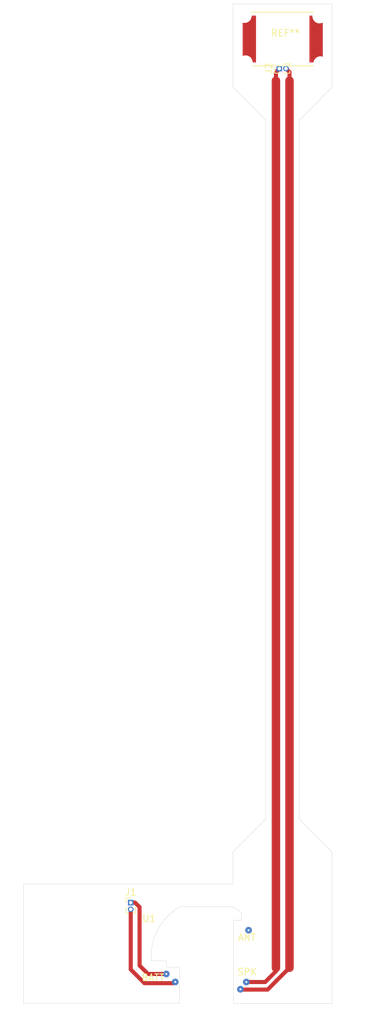
<source format=kicad_pcb>
(kicad_pcb (version 20211014) (generator pcbnew)
  (layers (0 "F.Cu" signal) (31 "B.Cu" signal) (34 "B.Paste" user) (35 "F.Paste" user) (36 "B.SilkS" user "B.Silkscreen") (37 "F.SilkS" user "F.Silkscreen") (38 "B.Mask" user) (39 "F.Mask" user) (44 "Edge.Cuts" user))
  (net 0 "")
  (net 1 "Net-(J1-Pad1)")
  (net 2 "Net-(J2-Pad1)")
  (net 3 "Net-(TP1-Pad1)")
  (net 4 "Net-(J1-Pad2)")
  (net 5 "Net-(J2-Pad2)")
  (footprint "Connector_PinHeader_1.00mm:PinHeader_1x02_P1.00mm_Vertical" (layer "F.Cu") (at 142.84452 107.59516)
    (fp_text reference "J1" (at 0 -1.56) (layer "F.SilkS"))
    (fp_text value "Conn_01x02")
    (fp_line (start -0.695 0.685) (end -0.695 1.56) (layer "F.SilkS") (width 0.12))
    (fp_line (start -0.695 0) (end -0.695 -0.685) (layer "F.SilkS") (width 0.12))
    (fp_line (start -0.695 -0.685) (end 0 -0.685) (layer "F.SilkS") (width 0.12))
    (fp_line (start 0.608276 0.685) (end 0.695 0.685) (layer "F.SilkS") (width 0.12))
    (fp_line (start -0.695 1.56) (end -0.394493 1.56) (layer "F.SilkS") (width 0.12))
    (fp_line (start -0.695 0.685) (end -0.608276 0.685) (layer "F.SilkS") (width 0.12))
    (fp_line (start 0.394493 1.56) (end 0.695 1.56) (layer "F.SilkS") (width 0.12))
    (fp_line (start 0.695 0.685) (end 0.695 1.56) (layer "F.SilkS") (width 0.12))
    (pad "1" thru_hole rect locked (at 0 0) (size 0.85 0.85) (drill 0.5) (layers *.Cu *.Mask) (net 1 "Net-(J1-Pad1)"))
    (pad "2" thru_hole oval locked (at 0 1) (size 0.85 0.85) (drill 0.5) (layers *.Cu *.Mask) (net 4 "Net-(J1-Pad2)"))
  )
  (footprint "Connector_PinHeader_1.00mm:PinHeader_1x02_P1.00mm_Vertical" (layer "F.Cu") (at 165.1 -17.05356 90)
    (fp_text reference "J2" (at 0 -1.56 90) (layer "F.SilkS"))
    (fp_text value "Conn_01x02")
    (fp_line (start -0.695 0.685) (end -0.608276 0.685) (layer "F.SilkS") (width 0.12))
    (fp_line (start 0.394493 1.56) (end 0.695 1.56) (layer "F.SilkS") (width 0.12))
    (fp_line (start -0.695 -0.685) (end 0 -0.685) (layer "F.SilkS") (width 0.12))
    (fp_line (start 0.608276 0.685) (end 0.695 0.685) (layer "F.SilkS") (width 0.12))
    (fp_line (start -0.695 0) (end -0.695 -0.685) (layer "F.SilkS") (width 0.12))
    (fp_line (start -0.695 1.56) (end -0.394493 1.56) (layer "F.SilkS") (width 0.12))
    (fp_line (start 0.695 0.685) (end 0.695 1.56) (layer "F.SilkS") (width 0.12))
    (fp_line (start -0.695 0.685) (end -0.695 1.56) (layer "F.SilkS") (width 0.12))
    (pad "1" thru_hole rect locked (at 0 0 90) (size 0.85 0.85) (drill 0.5) (layers *.Cu *.Mask) (net 2 "Net-(J2-Pad1)"))
    (pad "2" thru_hole oval locked (at 0 1 90) (size 0.85 0.85) (drill 0.5) (layers *.Cu *.Mask) (net 5 "Net-(J2-Pad2)"))
  )
  (footprint "MySymbols:bt_player" (layer "F.Cu") (at 154.184151 115.48892 180)
    (fp_text reference "U1" (at 8.6 5.5) (layer "F.SilkS"))
    (fp_text value "bt_player")
    (fp_text user "SPK" (at -6.1 -2.45) (layer "F.SilkS"))
    (fp_text user "ANT" (at -6.05 2.7) (layer "F.SilkS"))
    (fp_text user "BATT" (at 8 -3.3) (layer "F.SilkS"))
    (pad "1" thru_hole circle locked (at -6.31 3.77 180) (size 1 1) (drill 0.3) (layers *.Cu *.Mask) (net 3 "Net-(TP1-Pad1)"))
    (pad "2" thru_hole circle locked (at -5.97 -3.97 180) (size 1 1) (drill 0.3) (layers *.Cu *.Mask) (net 2 "Net-(J2-Pad1)"))
    (pad "3" thru_hole circle locked (at -5.09 -5.05 180) (size 1 1) (drill 0.3) (layers *.Cu *.Mask) (net 5 "Net-(J2-Pad2)"))
    (pad "4" thru_hole circle locked (at 4.67 -3.96 180) (size 1 1) (drill 0.3) (layers *.Cu *.Mask) (net 4 "Net-(J1-Pad2)"))
    (pad "5" thru_hole circle locked (at 6.01 -2.77 180) (size 1 1) (drill 0.3) (layers *.Cu *.Mask) (net 1 "Net-(J1-Pad1)"))
  )
  (footprint "MountingHole:MountingHole_2.1mm" (layer "F.Cu") (at 128.524 106.5276)
    (fp_text reference "H1" hide)
    (fp_text value "MountingHole")
    (pad "" np_thru_hole circle locked (at 0 0) (size 2.1 2.1) (drill 2.1) (layers *.Cu *.Mask))
  )
  (footprint "MountingHole:MountingHole_2.1mm" (layer "F.Cu") (at 128.41732 120.91416)
    (fp_text reference "H2" hide)
    (fp_text value "MountingHole")
    (pad "" np_thru_hole circle locked (at 0 0) (size 2.1 2.1) (drill 2.1) (layers *.Cu *.Mask))
  )
  (footprint "MountingHole:MountingHole_2.1mm" (layer "F.Cu") (at 171.25188 -17.8308)
    (fp_text reference "H3" hide)
    (fp_text value "MountingHole")
    (pad "" np_thru_hole circle locked (at 0 0) (size 2.1 2.1) (drill 2.1) (layers *.Cu *.Mask))
  )
  (footprint "MountingHole:MountingHole_2.1mm" (layer "F.Cu") (at 160.05048 -17.97304)
    (fp_text reference "H4" hide)
    (fp_text value "MountingHole")
    (pad "" np_thru_hole circle locked (at 0 0) (size 2.1 2.1) (drill 2.1) (layers *.Cu *.Mask))
  )
  (footprint "MountingHole:MountingHole_2.1mm" (layer "F.Cu") (at 159.90824 -24.92248)
    (fp_text reference "H6" hide)
    (fp_text value "MountingHole")
    (pad "" np_thru_hole circle locked (at 0 0) (size 2.1 2.1) (drill 2.1) (layers *.Cu *.Mask))
  )
  (footprint "MountingHole:MountingHole_2.1mm" (layer "F.Cu") (at 170.7896 105.84688)
    (fp_text reference "H7" hide)
    (fp_text value "MountingHole")
    (pad "" np_thru_hole circle locked (at 0 0) (size 2.1 2.1) (drill 2.1) (layers *.Cu *.Mask))
  )
  (footprint "MountingHole:MountingHole_2.1mm" (layer "F.Cu") (at 171.1198 120.7262)
    (fp_text reference "H9" hide)
    (fp_text value "MountingHole")
    (pad "" np_thru_hole circle locked (at 0 0) (size 2.1 2.1) (drill 2.1) (layers *.Cu *.Mask))
  )
  (footprint "MountingHole:MountingHole_2.1mm" (layer "F.Cu") (at 142.19936 121.00052)
    (fp_text reference "H10" hide)
    (fp_text value "MountingHole")
    (pad "" np_thru_hole circle locked (at 0 0) (size 2.1 2.1) (drill 2.1) (layers *.Cu *.Mask))
  )
  (footprint "MountingHole:MountingHole_2.1mm" (layer "F.Cu") (at 171.10964 -24.85136)
    (fp_text reference "H8" hide)
    (fp_text value "MountingHole")
    (pad "" np_thru_hole circle locked (at 0 0) (size 2.1 2.1) (drill 2.1) (layers *.Cu *.Mask))
  )
  (footprint "Symbol:IphoneSpeaker" (layer "F.Cu") (at 165.608 -21.463)
    (fp_text reference "REF**" (at 0.38 -0.9 unlocked) (layer "F.SilkS"))
    (fp_text value "IphoneSpeaker")
    (fp_line (start -5 4) (end 5 4) (layer "F.SilkS") (width 0.12))
    (fp_line (start -5 -4) (end 5 -4) (layer "F.SilkS") (width 0.12))
    (pad "1" smd rect (at -5 0) (size 2 7) (layers "F.Cu" "F.Paste" "F.Mask"))
    (pad "2" smd rect (at 5 0) (size 2 7) (layers "F.Cu" "F.Paste" "F.Mask"))
  )
  (gr_line (start 148.22932 116.30152) (end 145.965922 116.296169) (layer "Edge.Cuts") (width 0.05))
  (gr_line (start 148.22932 117.23624) (end 148.22932 116.30152) (layer "Edge.Cuts") (width 0.05))
  (gr_line (start 158.242 122.66676) (end 158.242 110.236) (layer "Edge.Cuts") (width 0.05))
  (gr_line (start 148.22932 117.23624) (end 150.1394 117.23624) (layer "Edge.Cuts") (width 0.05))
  (gr_line (start 159.4358 110.236) (end 159.435799 109.118401) (layer "Edge.Cuts") (width 0.05))
  (gr_line (start 150.31 108.2) (end 158.06 108.2) (layer "Edge.Cuts") (width 0.05))
  (gr_line (start 158.17088 -26.70556) (end 172.974 -26.70556) (layer "Edge.Cuts") (width 0.05))
  (gr_arc (start 158.060192 108.19964) (mid 158.771052 108.6245) (end 159.435799 109.118401) (layer "Edge.Cuts") (width 0.05))
  (gr_line (start 158.17088 -26.70556) (end 158.17088 -14.25092) (layer "Edge.Cuts") (width 0.05))
  (gr_line (start 158.17088 104.8258) (end 158.17088 100) (layer "Edge.Cuts") (width 0.05))
  (gr_line (start 158.17088 100) (end 163.07308 95.0976) (layer "Edge.Cuts") (width 0.05))
  (gr_line (start 158.17088 -14.25092) (end 163.07308 -9.34872) (layer "Edge.Cuts") (width 0.05))
  (gr_line (start 150.1394 117.23624) (end 150.1394 122.65152) (layer "Edge.Cuts") (width 0.05))
  (gr_line (start 172.974 100) (end 172.974 122.66676) (layer "Edge.Cuts") (width 0.05))
  (gr_arc (start 145.965922 116.296169) (mid 146.907228 111.587723) (end 150.310001 108.200001) (layer "Edge.Cuts") (width 0.05))
  (gr_line (start 168.0718 95.10268) (end 168.0718 -9.3472) (layer "Edge.Cuts") (width 0.05))
  (gr_line (start 150.1394 122.65152) (end 126.79172 122.65152) (layer "Edge.Cuts") (width 0.05))
  (gr_line (start 172.974 122.66676) (end 158.242 122.66676) (layer "Edge.Cuts") (width 0.05))
  (gr_line (start 172.974 -26.70556) (end 172.974 -14.25092) (layer "Edge.Cuts") (width 0.05))
  (gr_line (start 163.07308 95.0976) (end 163.07308 -9.34872) (layer "Edge.Cuts") (width 0.05))
  (gr_line (start 172.974 100) (end 168.0718 95.10268) (layer "Edge.Cuts") (width 0.05))
  (gr_line (start 172.974 -14.25092) (end 168.0718 -9.3472) (layer "Edge.Cuts") (width 0.05))
  (gr_line (start 126.79172 104.8258) (end 158.17088 104.8258) (layer "Edge.Cuts") (width 0.05))
  (gr_line (start 126.79172 122.65152) (end 126.79172 104.8258) (layer "Edge.Cuts") (width 0.05))
  (gr_line (start 158.242 110.236) (end 159.4358 110.236) (layer "Edge.Cuts") (width 0.05))
  (segment (start 143.5006 107.59516) (end 142.84452 107.59516) (width 0.6096) (layer "F.Cu") (net 1))
  (segment (start 144.1704 108.26496) (end 143.5006 107.59516) (width 0.6096) (layer "F.Cu") (net 1))
  (segment (start 144.1704 116.9924) (end 144.1704 108.26496) (width 0.6096) (layer "F.Cu") (net 1))
  (segment (start 148.174151 118.25892) (end 145.43692 118.25892) (width 0.6096) (layer "F.Cu") (net 1))
  (segment (start 145.43692 118.25892) (end 144.1704 116.9924) (width 0.6096) (layer "F.Cu") (net 1))
  (segment (start 164.592 117.856) (end 164.592 117.348) (width 0.6096) (layer "F.Cu") (net 2))
  (segment (start 164.592 -16.51) (end 164.592 -15.24) (width 0.6096) (layer "F.Cu") (net 2))
  (segment (start 165.1 -17.05356) (end 165.1 -17.018) (width 0.25) (layer "F.Cu") (net 2))
  (segment (start 164.592 117.348) (end 164.592 -15.24) (width 1.27) (layer "F.Cu") (net 2))
  (segment (start 165.1 -17.018) (end 164.592 -16.51) (width 0.6096) (layer "F.Cu") (net 2))
  (segment (start 160.154151 119.45892) (end 162.98908 119.45892) (width 0.6096) (layer "F.Cu") (net 2))
  (segment (start 162.98908 119.45892) (end 164.592 117.856) (width 0.6096) (layer "F.Cu") (net 2))
  (segment (start 142.84452 117.57152) (end 144.907 119.634) (width 0.6096) (layer "F.Cu") (net 4))
  (segment (start 149.329071 119.634) (end 149.514151 119.44892) (width 0.6096) (layer "F.Cu") (net 4))
  (segment (start 144.907 119.634) (end 149.329071 119.634) (width 0.6096) (layer "F.Cu") (net 4))
  (segment (start 142.84452 108.59516) (end 142.84452 117.57152) (width 0.6096) (layer "F.Cu") (net 4))
  (segment (start 163.35768 120.58892) (end 159.324151 120.58892) (width 0.6096) (layer "F.Cu") (net 5))
  (segment (start 166.624 -15.24) (end 166.624 117.3226) (width 1.27) (layer "F.Cu") (net 5))
  (segment (start 166.624 -16.52956) (end 166.624 -15.24) (width 0.6096) (layer "F.Cu") (net 5))
  (segment (start 166.624 117.3226) (end 163.35768 120.58892) (width 0.6096) (layer "F.Cu") (net 5))
  (segment (start 166.1 -17.05356) (end 166.624 -16.52956) (width 0.6096) (layer "F.Cu") (net 5))
  (segment (start 159.324151 120.58892) (end 159.274151 120.53892) (width 0.6096) (layer "F.Cu") (net 5))
)
</source>
